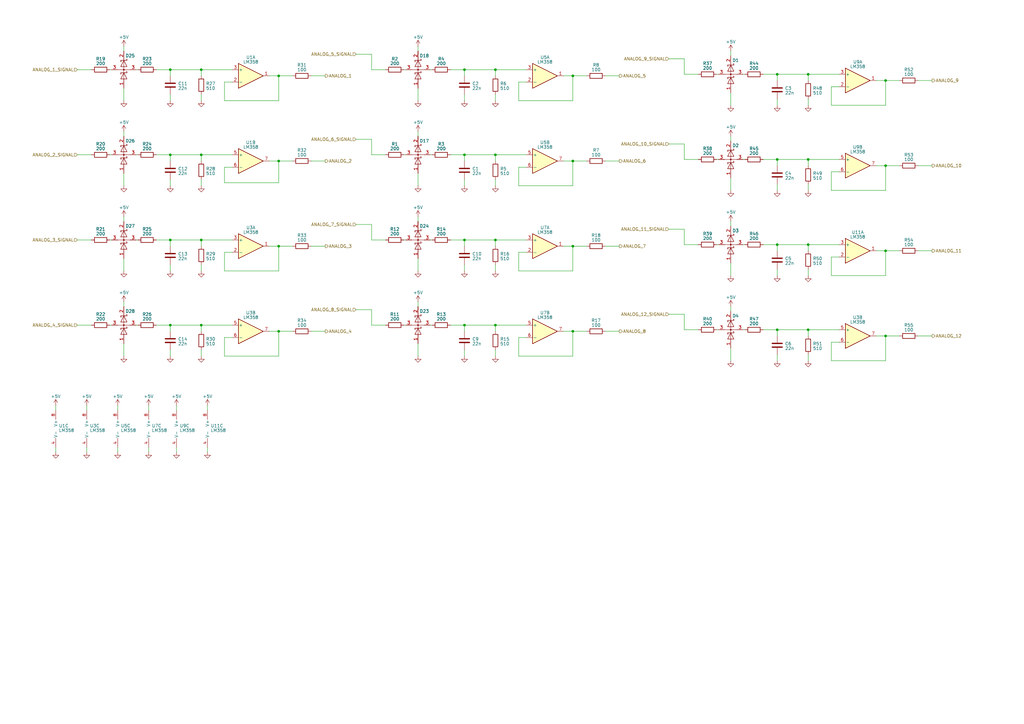
<source format=kicad_sch>
(kicad_sch (version 20230121) (generator eeschema)
  (paper "A3")
  (title_block (title "VEHICLE MEASURING UNIT (VMU)") (rev "1.0") (company "KTH FORMULA STUDENT") (comment 1 "DeV17") (comment 2 "FILIP SVEBECK") (comment 3 "FSVEBECK@KTH.SE"))
  (lib_symbols
    (symbol "Amplifier_Operational:LM358" (pin_names (offset 0.127))
      (property "Reference" "U" (at 0 5.08 0))
      (property "Value" "LM358" (at 0 -5.08 0))
      (symbol "LM358_1_1"
        (polyline (pts (xy -5.08 5.08) (xy 5.08 0) (xy -5.08 -5.08) (xy -5.08 5.08)) (stroke (width 0.254)) (fill (type background)))
        (pin output line (at 7.62 0 180) (length 2.54) (name "~") (number "1"))
        (pin input line (at -7.62 -2.54 0) (length 2.54) (name "-") (number "2"))
        (pin input line (at -7.62 2.54 0) (length 2.54) (name "+") (number "3"))
      )
      (symbol "LM358_2_1"
        (polyline (pts (xy -5.08 5.08) (xy 5.08 0) (xy -5.08 -5.08) (xy -5.08 5.08)) (stroke (width 0.254)) (fill (type background)))
        (pin input line (at -7.62 2.54 0) (length 2.54) (name "+") (number "5"))
        (pin input line (at -7.62 -2.54 0) (length 2.54) (name "-") (number "6"))
        (pin output line (at 7.62 0 180) (length 2.54) (name "~") (number "7"))
      )
      (symbol "LM358_3_1"
        (pin power_in line (at -2.54 -7.62 90) (length 3.81) (name "V-") (number "4"))
        (pin power_in line (at -2.54 7.62 270) (length 3.81) (name "V+") (number "8"))
      )
    )
    (symbol "Device:C" (pin_numbers hide) (pin_names (offset 0.254))
      (property "Reference" "C" (at 0.635 2.54 0))
      (property "Value" "C" (at 0.635 -2.54 0))
      (symbol "C_0_1"
        (polyline (pts (xy -2.032 -0.762) (xy 2.032 -0.762)) (stroke (width 0.508)))
        (polyline (pts (xy -2.032 0.762) (xy 2.032 0.762)) (stroke (width 0.508)))
      )
      (symbol "C_1_1"
        (pin passive line (at 0 3.81 270) (length 2.794) (name "~") (number "1"))
        (pin passive line (at 0 -3.81 90) (length 2.794) (name "~") (number "2"))
      )
    )
    (symbol "Device:R" (pin_numbers hide) (pin_names (offset 0))
      (property "Reference" "R" (at 2.032 0 90))
      (property "Value" "R" (at 0 0 90))
      (symbol "R_0_1"
        (rectangle (start -1.016 -2.54) (end 1.016 2.54) (stroke (width 0.254)))
      )
      (symbol "R_1_1"
        (pin passive line (at 0 3.81 270) (length 1.27) (name "~") (number "1"))
        (pin passive line (at 0 -3.81 90) (length 1.27) (name "~") (number "2"))
      )
    )
    (symbol "KTHFS:D_Schottky_x2_Serial_AKC" (pin_names (offset 0.762) hide)
      (property "Reference" "D" (at 2.54 1.27 90))
      (property "Value" "D_Schottky_x2_Serial_AKC" (at -2.54 0 90))
      (symbol "D_Schottky_x2_Serial_AKC_0_1"
        (polyline (pts (xy 0 -3.81) (xy 0 3.81)))
        (polyline (pts (xy 0 0) (xy 2.54 0)))
        (polyline (pts (xy 0 6.35) (xy 0 7.62)))
        (polyline (pts (xy -1.27 3.81) (xy 1.27 3.81) (xy 1.27 3.81)) (stroke (width 0.2032)))
        (polyline (pts (xy 1.27 -1.27) (xy -1.27 -1.27) (xy -1.27 -1.27)) (stroke (width 0.2032)))
        (polyline (pts (xy -1.27 3.81) (xy -1.27 3.302) (xy -1.016 3.302) (xy -1.016 3.302)) (stroke (width 0.2032)))
        (polyline (pts (xy 1.27 -1.27) (xy 1.27 -0.762) (xy 1.016 -0.762) (xy 1.016 -0.762)) (stroke (width 0.2032)))
        (polyline (pts (xy 1.27 3.81) (xy 1.27 4.318) (xy 1.016 4.318) (xy 1.016 4.318)) (stroke (width 0.2032)))
        (polyline (pts (xy -1.016 -1.778) (xy -1.27 -1.778) (xy -1.27 -1.27) (xy -1.27 -1.27) (xy -1.27 -1.27)) (stroke (width 0.2032)))
        (polyline (pts (xy -1.27 -3.81) (xy 0 -1.27) (xy 1.27 -3.81) (xy -1.27 -3.81) (xy -1.27 -3.81) (xy -1.27 -3.81)) (stroke (width 0.2032)))
        (polyline (pts (xy -1.27 1.27) (xy 0 3.81) (xy 1.27 1.27) (xy -1.27 1.27) (xy -1.27 1.27) (xy -1.27 1.27)) (stroke (width 0.2032)))
        (circle (center 0 0) (radius 0.254) (fill (type outline)))
        (pin passive line (at 0 -7.62 90) (length 3.81) (name "A") (number "1"))
        (pin passive line (at 0 7.62 270) (length 3.81) (name "K") (number "2"))
        (pin passive line (at 5.08 0 180) (length 2.54) (name "common") (number "3"))
      )
      (symbol "D_Schottky_x2_Serial_AKC_1_1"
        (polyline (pts (xy 0 0) (xy -2.54 0)))
        (pin passive line (at -5.08 0 0) (length 2.54) (name "common") (number "3"))
      )
    )
    (symbol "power:+5V" (power) (pin_names (offset 0))
      (property "Value" "+5V" (at 0 3.556 0))
      (symbol "+5V_0_1"
        (polyline (pts (xy -0.762 1.27) (xy 0 2.54)))
        (polyline (pts (xy 0 0) (xy 0 2.54)))
        (polyline (pts (xy 0 2.54) (xy 0.762 1.27)))
      )
      (symbol "+5V_1_1"
        (pin power_in line (at 0 0 90) (length 0) hide (name "+5V") (number "1"))
      )
    )
    (symbol "power:GND" (power) (pin_names (offset 0))
      (property "Value" "GND" (at 0 -3.81 0))
      (symbol "GND_0_1"
        (polyline (pts (xy 0 0) (xy 0 -1.27) (xy 1.27 -1.27) (xy 0 -2.54) (xy -1.27 -1.27) (xy 0 -1.27)))
      )
      (symbol "GND_1_1"
        (pin power_in line (at 0 0 270) (length 0) hide (name "GND") (number "1"))
      )
    )
  )
  (junction (at 114.3 100.965))
  (junction (at 234.95 135.89))
  (junction (at 363.22 67.945))
  (junction (at 318.77 100.33))
  (junction (at 114.3 66.04))
  (junction (at 114.3 31.115))
  (junction (at 190.5 98.425))
  (junction (at 190.5 133.35))
  (junction (at 331.47 30.48))
  (junction (at 203.2 63.5))
  (junction (at 203.2 28.575))
  (junction (at 331.47 65.405))
  (junction (at 318.77 30.48))
  (junction (at 331.47 100.33))
  (junction (at 363.22 137.795))
  (junction (at 82.55 133.35))
  (junction (at 234.95 31.115))
  (junction (at 318.77 135.255))
  (junction (at 69.85 63.5))
  (junction (at 363.22 102.87))
  (junction (at 82.55 98.425))
  (junction (at 234.95 100.965))
  (junction (at 190.5 63.5))
  (junction (at 69.85 98.425))
  (junction (at 234.95 66.04))
  (junction (at 82.55 63.5))
  (junction (at 190.5 28.575))
  (junction (at 114.3 135.89))
  (junction (at 331.47 135.255))
  (junction (at 363.22 33.02))
  (junction (at 69.85 28.575))
  (junction (at 318.77 65.405))
  (junction (at 203.2 133.35))
  (junction (at 69.85 133.35))
  (junction (at 203.2 98.425))
  (junction (at 82.55 28.575))
  (wire (pts (xy 69.85 133.35) (xy 64.135 133.35)))
  (wire (pts (xy 299.72 57.785) (xy 299.72 55.88)))
  (wire (pts (xy 331.47 110.49) (xy 331.47 113.03)))
  (wire (pts (xy 240.665 100.965) (xy 234.95 100.965)))
  (wire (pts (xy 171.45 55.88) (xy 171.45 53.975)))
  (wire (pts (xy 363.22 67.945) (xy 359.41 67.945)))
  (wire (pts (xy 240.665 66.04) (xy 234.95 66.04)))
  (wire (pts (xy 234.95 111.125) (xy 234.95 100.965)))
  (wire (pts (xy 331.47 102.87) (xy 331.47 100.33)))
  (wire (pts (xy 114.3 74.93) (xy 114.3 66.04)))
  (wire (pts (xy 171.45 71.12) (xy 171.45 76.2)))
  (wire (pts (xy 203.2 66.04) (xy 203.2 63.5)))
  (wire (pts (xy 304.8 100.33) (xy 305.435 100.33)))
  (wire (pts (xy 190.5 108.585) (xy 190.5 111.125)))
  (wire (pts (xy 72.39 168.275) (xy 72.39 166.37)))
  (wire (pts (xy 248.285 31.115) (xy 254 31.115)))
  (wire (pts (xy 35.56 183.515) (xy 35.56 185.42)))
  (wire (pts (xy 85.09 168.275) (xy 85.09 166.37)))
  (wire (pts (xy 50.8 146.05) (xy 50.8 140.97)))
  (wire (pts (xy 82.55 28.575) (xy 82.55 31.115)))
  (wire (pts (xy 215.9 133.35) (xy 203.2 133.35)))
  (wire (pts (xy 240.665 31.115) (xy 234.95 31.115)))
  (wire (pts (xy 215.9 63.5) (xy 203.2 63.5)))
  (wire (pts (xy 190.5 63.5) (xy 190.5 66.04)))
  (wire (pts (xy 280.67 93.98) (xy 280.67 100.33)))
  (wire (pts (xy 171.45 36.195) (xy 171.45 41.275)))
  (wire (pts (xy 158.115 133.35) (xy 152.4 133.35)))
  (wire (pts (xy 363.22 43.18) (xy 363.22 33.02)))
  (wire (pts (xy 212.725 68.58) (xy 212.725 76.2)))
  (wire (pts (xy 82.55 41.275) (xy 82.55 38.735)))
  (wire (pts (xy 318.77 135.255) (xy 318.77 137.795)))
  (wire (pts (xy 114.3 31.115) (xy 110.49 31.115)))
  (wire (pts (xy 340.995 35.56) (xy 340.995 43.18)))
  (wire (pts (xy 318.77 30.48) (xy 318.77 33.02)))
  (wire (pts (xy 305.435 135.255) (xy 304.8 135.255)))
  (wire (pts (xy 60.96 185.42) (xy 60.96 183.515)))
  (wire (pts (xy 212.725 111.125) (xy 234.95 111.125)))
  (wire (pts (xy 127.635 100.965) (xy 133.35 100.965)))
  (wire (pts (xy 120.015 31.115) (xy 114.3 31.115)))
  (wire (pts (xy 231.14 135.89) (xy 234.95 135.89)))
  (wire (pts (xy 340.995 113.03) (xy 363.22 113.03)))
  (wire (pts (xy 248.285 135.89) (xy 254 135.89)))
  (wire (pts (xy 299.72 92.71) (xy 299.72 90.805)))
  (wire (pts (xy 50.8 90.805) (xy 50.8 88.9)))
  (wire (pts (xy 340.995 43.18) (xy 363.22 43.18)))
  (wire (pts (xy 146.05 57.15) (xy 152.4 57.15)))
  (wire (pts (xy 280.67 65.405) (xy 286.385 65.405)))
  (wire (pts (xy 376.555 137.795) (xy 382.27 137.795)))
  (wire (pts (xy 203.2 38.735) (xy 203.2 41.275)))
  (wire (pts (xy 344.17 140.335) (xy 340.995 140.335)))
  (wire (pts (xy 56.515 98.425) (xy 55.88 98.425)))
  (wire (pts (xy 114.3 41.275) (xy 114.3 31.115)))
  (wire (pts (xy 31.75 63.5) (xy 37.465 63.5)))
  (wire (pts (xy 69.85 66.04) (xy 69.85 63.5)))
  (wire (pts (xy 331.47 135.255) (xy 331.47 137.795)))
  (wire (pts (xy 340.995 78.105) (xy 363.22 78.105)))
  (wire (pts (xy 215.9 68.58) (xy 212.725 68.58)))
  (wire (pts (xy 190.5 98.425) (xy 190.5 100.965)))
  (wire (pts (xy 368.935 102.87) (xy 363.22 102.87)))
  (wire (pts (xy 274.32 93.98) (xy 280.67 93.98)))
  (wire (pts (xy 203.2 100.965) (xy 203.2 98.425)))
  (wire (pts (xy 190.5 28.575) (xy 190.5 31.115)))
  (wire (pts (xy 190.5 133.35) (xy 184.785 133.35)))
  (wire (pts (xy 176.53 63.5) (xy 177.165 63.5)))
  (wire (pts (xy 368.935 67.945) (xy 363.22 67.945)))
  (wire (pts (xy 280.67 128.905) (xy 274.32 128.905)))
  (wire (pts (xy 318.77 75.565) (xy 318.77 78.105)))
  (wire (pts (xy 133.35 135.89) (xy 127.635 135.89)))
  (wire (pts (xy 331.47 135.255) (xy 318.77 135.255)))
  (wire (pts (xy 176.53 98.425) (xy 177.165 98.425)))
  (wire (pts (xy 344.17 35.56) (xy 340.995 35.56)))
  (wire (pts (xy 331.47 67.945) (xy 331.47 65.405)))
  (wire (pts (xy 203.2 28.575) (xy 203.2 31.115)))
  (wire (pts (xy 82.55 108.585) (xy 82.55 111.125)))
  (wire (pts (xy 69.85 31.115) (xy 69.85 28.575)))
  (wire (pts (xy 363.22 113.03) (xy 363.22 102.87)))
  (wire (pts (xy 50.8 20.955) (xy 50.8 19.05)))
  (wire (pts (xy 177.165 133.35) (xy 176.53 133.35)))
  (wire (pts (xy 318.77 40.64) (xy 318.77 43.18)))
  (wire (pts (xy 184.785 98.425) (xy 190.5 98.425)))
  (wire (pts (xy 114.3 111.125) (xy 114.3 100.965)))
  (wire (pts (xy 50.8 76.2) (xy 50.8 71.12)))
  (wire (pts (xy 331.47 65.405) (xy 318.77 65.405)))
  (wire (pts (xy 114.3 100.965) (xy 110.49 100.965)))
  (wire (pts (xy 313.055 100.33) (xy 318.77 100.33)))
  (wire (pts (xy 171.45 106.045) (xy 171.45 111.125)))
  (wire (pts (xy 114.3 100.965) (xy 120.015 100.965)))
  (wire (pts (xy 190.5 38.735) (xy 190.5 41.275)))
  (wire (pts (xy 165.735 28.575) (xy 166.37 28.575)))
  (wire (pts (xy 95.25 28.575) (xy 82.55 28.575)))
  (wire (pts (xy 152.4 28.575) (xy 158.115 28.575)))
  (wire (pts (xy 171.45 123.825) (xy 171.45 125.73)))
  (wire (pts (xy 212.725 33.655) (xy 212.725 41.275)))
  (wire (pts (xy 37.465 28.575) (xy 31.75 28.575)))
  (wire (pts (xy 215.9 33.655) (xy 212.725 33.655)))
  (wire (pts (xy 48.26 185.42) (xy 48.26 183.515)))
  (wire (pts (xy 299.72 73.025) (xy 299.72 78.105)))
  (wire (pts (xy 45.085 63.5) (xy 45.72 63.5)))
  (wire (pts (xy 69.85 135.89) (xy 69.85 133.35)))
  (wire (pts (xy 152.4 63.5) (xy 158.115 63.5)))
  (wire (pts (xy 92.075 74.93) (xy 114.3 74.93)))
  (wire (pts (xy 299.72 38.1) (xy 299.72 43.18)))
  (wire (pts (xy 274.32 59.055) (xy 280.67 59.055)))
  (wire (pts (xy 363.22 78.105) (xy 363.22 67.945)))
  (wire (pts (xy 152.4 92.075) (xy 152.4 98.425)))
  (wire (pts (xy 203.2 133.35) (xy 190.5 133.35)))
  (wire (pts (xy 318.77 147.955) (xy 318.77 145.415)))
  (wire (pts (xy 82.55 135.89) (xy 82.55 133.35)))
  (wire (pts (xy 110.49 66.04) (xy 114.3 66.04)))
  (wire (pts (xy 190.5 146.05) (xy 190.5 143.51)))
  (wire (pts (xy 340.995 105.41) (xy 340.995 113.03)))
  (wire (pts (xy 234.95 66.04) (xy 231.14 66.04)))
  (wire (pts (xy 50.8 111.125) (xy 50.8 106.045)))
  (wire (pts (xy 69.85 76.2) (xy 69.85 73.66)))
  (wire (pts (xy 22.86 168.275) (xy 22.86 166.37)))
  (wire (pts (xy 165.735 63.5) (xy 166.37 63.5)))
  (wire (pts (xy 254 100.965) (xy 248.285 100.965)))
  (wire (pts (xy 215.9 138.43) (xy 212.725 138.43)))
  (wire (pts (xy 69.85 98.425) (xy 82.55 98.425)))
  (wire (pts (xy 95.25 33.655) (xy 92.075 33.655)))
  (wire (pts (xy 294.005 65.405) (xy 294.64 65.405)))
  (wire (pts (xy 212.725 76.2) (xy 234.95 76.2)))
  (wire (pts (xy 152.4 28.575) (xy 152.4 22.225)))
  (wire (pts (xy 304.8 65.405) (xy 305.435 65.405)))
  (wire (pts (xy 318.77 65.405) (xy 318.77 67.945)))
  (wire (pts (xy 50.8 55.88) (xy 50.8 53.975)))
  (wire (pts (xy 72.39 185.42) (xy 72.39 183.515)))
  (wire (pts (xy 82.55 146.05) (xy 82.55 143.51)))
  (wire (pts (xy 331.47 147.955) (xy 331.47 145.415)))
  (wire (pts (xy 48.26 168.275) (xy 48.26 166.37)))
  (wire (pts (xy 35.56 168.275) (xy 35.56 166.37)))
  (wire (pts (xy 146.05 92.075) (xy 152.4 92.075)))
  (wire (pts (xy 56.515 63.5) (xy 55.88 63.5)))
  (wire (pts (xy 344.17 135.255) (xy 331.47 135.255)))
  (wire (pts (xy 133.35 31.115) (xy 127.635 31.115)))
  (wire (pts (xy 382.27 102.87) (xy 376.555 102.87)))
  (wire (pts (xy 344.17 105.41) (xy 340.995 105.41)))
  (wire (pts (xy 203.2 98.425) (xy 190.5 98.425)))
  (wire (pts (xy 114.3 146.05) (xy 114.3 135.89)))
  (wire (pts (xy 294.64 100.33) (xy 294.005 100.33)))
  (wire (pts (xy 92.075 111.125) (xy 114.3 111.125)))
  (wire (pts (xy 50.8 36.195) (xy 50.8 41.275)))
  (wire (pts (xy 152.4 127) (xy 146.05 127)))
  (wire (pts (xy 340.995 70.485) (xy 340.995 78.105)))
  (wire (pts (xy 45.72 98.425) (xy 45.085 98.425)))
  (wire (pts (xy 82.55 63.5) (xy 82.55 66.04)))
  (wire (pts (xy 171.45 140.97) (xy 171.45 146.05)))
  (wire (pts (xy 203.2 63.5) (xy 190.5 63.5)))
  (wire (pts (xy 234.95 41.275) (xy 234.95 31.115)))
  (wire (pts (xy 171.45 20.955) (xy 171.45 19.05)))
  (wire (pts (xy 92.075 33.655) (xy 92.075 41.275)))
  (wire (pts (xy 92.075 103.505) (xy 92.075 111.125)))
  (wire (pts (xy 203.2 73.66) (xy 203.2 76.2)))
  (wire (pts (xy 45.72 28.575) (xy 45.085 28.575)))
  (wire (pts (xy 331.47 30.48) (xy 331.47 33.02)))
  (wire (pts (xy 22.86 185.42) (xy 22.86 183.515)))
  (wire (pts (xy 234.95 76.2) (xy 234.95 66.04)))
  (wire (pts (xy 45.085 133.35) (xy 45.72 133.35)))
  (wire (pts (xy 69.85 108.585) (xy 69.85 111.125)))
  (wire (pts (xy 92.075 68.58) (xy 92.075 74.93)))
  (wire (pts (xy 203.2 108.585) (xy 203.2 111.125)))
  (wire (pts (xy 95.25 68.58) (xy 92.075 68.58)))
  (wire (pts (xy 152.4 57.15) (xy 152.4 63.5)))
  (wire (pts (xy 280.67 30.48) (xy 280.67 24.13)))
  (wire (pts (xy 92.075 41.275) (xy 114.3 41.275)))
  (wire (pts (xy 318.77 30.48) (xy 331.47 30.48)))
  (wire (pts (xy 344.17 100.33) (xy 331.47 100.33)))
  (wire (pts (xy 152.4 22.225) (xy 146.05 22.225)))
  (wire (pts (xy 114.3 135.89) (xy 110.49 135.89)))
  (wire (pts (xy 280.67 59.055) (xy 280.67 65.405)))
  (wire (pts (xy 203.2 133.35) (xy 203.2 135.89)))
  (wire (pts (xy 382.27 67.945) (xy 376.555 67.945)))
  (wire (pts (xy 190.5 28.575) (xy 203.2 28.575)))
  (wire (pts (xy 212.725 41.275) (xy 234.95 41.275)))
  (wire (pts (xy 95.25 98.425) (xy 82.55 98.425)))
  (wire (pts (xy 294.005 30.48) (xy 294.64 30.48)))
  (wire (pts (xy 359.41 137.795) (xy 363.22 137.795)))
  (wire (pts (xy 82.55 133.35) (xy 95.25 133.35)))
  (wire (pts (xy 92.075 138.43) (xy 92.075 146.05)))
  (wire (pts (xy 82.55 98.425) (xy 82.55 100.965)))
  (wire (pts (xy 92.075 146.05) (xy 114.3 146.05)))
  (wire (pts (xy 158.115 98.425) (xy 152.4 98.425)))
  (wire (pts (xy 212.725 146.05) (xy 234.95 146.05)))
  (wire (pts (xy 363.22 102.87) (xy 359.41 102.87)))
  (wire (pts (xy 95.25 103.505) (xy 92.075 103.505)))
  (wire (pts (xy 280.67 135.255) (xy 280.67 128.905)))
  (wire (pts (xy 234.95 31.115) (xy 231.14 31.115)))
  (wire (pts (xy 152.4 133.35) (xy 152.4 127)))
  (wire (pts (xy 69.85 28.575) (xy 82.55 28.575)))
  (wire (pts (xy 215.9 98.425) (xy 203.2 98.425)))
  (wire (pts (xy 69.85 63.5) (xy 64.135 63.5)))
  (wire (pts (xy 313.055 30.48) (xy 318.77 30.48)))
  (wire (pts (xy 31.75 98.425) (xy 37.465 98.425)))
  (wire (pts (xy 294.64 135.255) (xy 294.005 135.255)))
  (wire (pts (xy 69.85 38.735) (xy 69.85 41.275)))
  (wire (pts (xy 344.17 65.405) (xy 331.47 65.405)))
  (wire (pts (xy 215.9 103.505) (xy 212.725 103.505)))
  (wire (pts (xy 376.555 33.02) (xy 382.27 33.02)))
  (wire (pts (xy 184.785 63.5) (xy 190.5 63.5)))
  (wire (pts (xy 190.5 133.35) (xy 190.5 135.89)))
  (wire (pts (xy 368.935 33.02) (xy 363.22 33.02)))
  (wire (pts (xy 190.5 73.66) (xy 190.5 76.2)))
  (wire (pts (xy 69.85 100.965) (xy 69.85 98.425)))
  (wire (pts (xy 286.385 135.255) (xy 280.67 135.255)))
  (wire (pts (xy 331.47 75.565) (xy 331.47 78.105)))
  (wire (pts (xy 340.995 140.335) (xy 340.995 147.955)))
  (wire (pts (xy 55.88 28.575) (xy 56.515 28.575)))
  (wire (pts (xy 234.95 146.05) (xy 234.95 135.89)))
  (wire (pts (xy 234.95 135.89) (xy 240.665 135.89)))
  (wire (pts (xy 299.72 142.875) (xy 299.72 147.955)))
  (wire (pts (xy 176.53 28.575) (xy 177.165 28.575)))
  (wire (pts (xy 69.85 146.05) (xy 69.85 143.51)))
  (wire (pts (xy 318.77 110.49) (xy 318.77 113.03)))
  (wire (pts (xy 331.47 100.33) (xy 318.77 100.33)))
  (wire (pts (xy 304.8 30.48) (xy 305.435 30.48)))
  (wire (pts (xy 50.8 125.73) (xy 50.8 123.825)))
  (wire (pts (xy 299.72 125.73) (xy 299.72 127.635)))
  (wire (pts (xy 215.9 28.575) (xy 203.2 28.575)))
  (wire (pts (xy 340.995 147.955) (xy 363.22 147.955)))
  (wire (pts (xy 212.725 138.43) (xy 212.725 146.05)))
  (wire (pts (xy 363.22 137.795) (xy 368.935 137.795)))
  (wire (pts (xy 171.45 90.805) (xy 171.45 88.9)))
  (wire (pts (xy 280.67 24.13) (xy 274.32 24.13)))
  (wire (pts (xy 318.77 100.33) (xy 318.77 102.87)))
  (wire (pts (xy 120.015 135.89) (xy 114.3 135.89)))
  (wire (pts (xy 69.85 98.425) (xy 64.135 98.425)))
  (wire (pts (xy 82.55 76.2) (xy 82.55 73.66)))
  (wire (pts (xy 203.2 146.05) (xy 203.2 143.51)))
  (wire (pts (xy 363.22 147.955) (xy 363.22 137.795)))
  (wire (pts (xy 166.37 133.35) (xy 165.735 133.35)))
  (wire (pts (xy 82.55 133.35) (xy 69.85 133.35)))
  (wire (pts (xy 363.22 33.02) (xy 359.41 33.02)))
  (wire (pts (xy 166.37 98.425) (xy 165.735 98.425)))
  (wire (pts (xy 85.09 185.42) (xy 85.09 183.515)))
  (wire (pts (xy 299.72 22.86) (xy 299.72 20.955)))
  (wire (pts (xy 95.25 63.5) (xy 82.55 63.5)))
  (wire (pts (xy 69.85 28.575) (xy 64.135 28.575)))
  (wire (pts (xy 60.96 168.275) (xy 60.96 166.37)))
  (wire (pts (xy 344.17 30.48) (xy 331.47 30.48)))
  (wire (pts (xy 344.17 70.485) (xy 340.995 70.485)))
  (wire (pts (xy 37.465 133.35) (xy 31.75 133.35)))
  (wire (pts (xy 114.3 66.04) (xy 120.015 66.04)))
  (wire (pts (xy 318.77 135.255) (xy 313.055 135.255)))
  (wire (pts (xy 313.055 65.405) (xy 318.77 65.405)))
  (wire (pts (xy 234.95 100.965) (xy 231.14 100.965)))
  (wire (pts (xy 184.785 28.575) (xy 190.5 28.575)))
  (wire (pts (xy 286.385 100.33) (xy 280.67 100.33)))
  (wire (pts (xy 55.88 133.35) (xy 56.515 133.35)))
  (wire (pts (xy 133.35 66.04) (xy 127.635 66.04)))
  (wire (pts (xy 331.47 40.64) (xy 331.47 43.18)))
  (wire (pts (xy 69.85 63.5) (xy 82.55 63.5)))
  (wire (pts (xy 280.67 30.48) (xy 286.385 30.48)))
  (wire (pts (xy 212.725 103.505) (xy 212.725 111.125)))
  (wire (pts (xy 299.72 107.95) (xy 299.72 113.03)))
  (wire (pts (xy 254 66.04) (xy 248.285 66.04)))
  (wire (pts (xy 95.25 138.43) (xy 92.075 138.43)))
  (hierarchical_label "ANALOG_5_SIGNAL" (shape input) (at 146.05 22.225 180))
  (hierarchical_label "ANALOG_11_SIGNAL" (shape input) (at 274.32 93.98 180))
  (hierarchical_label "ANALOG_12_SIGNAL" (shape input) (at 274.32 128.905 180))
  (hierarchical_label "ANALOG_5" (shape output) (at 254 31.115 0))
  (hierarchical_label "ANALOG_7_SIGNAL" (shape input) (at 146.05 92.075 180))
  (hierarchical_label "ANALOG_3" (shape output) (at 133.35 100.965 0))
  (hierarchical_label "ANALOG_9_SIGNAL" (shape input) (at 274.32 24.13 180))
  (hierarchical_label "ANALOG_9" (shape output) (at 382.27 33.02 0))
  (hierarchical_label "ANALOG_6" (shape output) (at 254 66.04 0))
  (hierarchical_label "ANALOG_12" (shape output) (at 382.27 137.795 0))
  (hierarchical_label "ANALOG_8" (shape output) (at 254 135.89 0))
  (hierarchical_label "ANALOG_6_SIGNAL" (shape input) (at 146.05 57.15 180))
  (hierarchical_label "ANALOG_8_SIGNAL" (shape input) (at 146.05 127 180))
  (hierarchical_label "ANALOG_1_SIGNAL" (shape input) (at 31.75 28.575 180))
  (hierarchical_label "ANALOG_7" (shape output) (at 254 100.965 0))
  (hierarchical_label "ANALOG_11" (shape output) (at 382.27 102.87 0))
  (hierarchical_label "ANALOG_10_SIGNAL" (shape input) (at 274.32 59.055 180))
  (hierarchical_label "ANALOG_4" (shape output) (at 133.35 135.89 0))
  (hierarchical_label "ANALOG_1" (shape output) (at 133.35 31.115 0))
  (hierarchical_label "ANALOG_3_SIGNAL" (shape input) (at 31.75 98.425 180))
  (hierarchical_label "ANALOG_2_SIGNAL" (shape input) (at 31.75 63.5 180))
  (hierarchical_label "ANALOG_4_SIGNAL" (shape input) (at 31.75 133.35 180))
  (hierarchical_label "ANALOG_2" (shape output) (at 133.35 66.04 0))
  (hierarchical_label "ANALOG_10" (shape output) (at 382.27 67.945 0))
  (symbol (lib_id "Device:R") (at 41.275 28.575 270) (unit 1)
    (property "Reference" "R19" (at 41.275 24.13 90))
    (property "Value" "200" (at 41.275 26.035 90))
    (property "Footprint" "Resistor_SMD:R_0603_1608Metric" (effects hide))
  )
  (symbol (lib_id "power:GND") (at 50.8 41.275 0) (unit 1)
    (property "Reference" "#PWR060" (effects hide))
    (property "Value" "GND" (effects hide))
  )
  (symbol (lib_id "power:+5V") (at 50.8 19.05 0) (unit 1)
    (property "Reference" "#PWR059" (effects hide))
    (property "Value" "+5V" (at 50.8 15.24 0))
  )
  (symbol (lib_id "Device:R") (at 60.325 28.575 270) (unit 1)
    (property "Reference" "R23" (at 60.325 24.13 90))
    (property "Value" "200" (at 60.325 26.035 90))
    (property "Footprint" "Resistor_SMD:R_0603_1608Metric" (effects hide))
  )
  (symbol (lib_id "Device:C") (at 69.85 34.925 0) (unit 1)
    (property "Reference" "C11" (at 73.025 34.29 0) (effects (justify left)))
    (property "Value" "22n" (at 73.025 36.195 0) (effects (justify left)))
    (property "Footprint" "Capacitor_SMD:C_0603_1608Metric" (effects hide))
  )
  (symbol (lib_id "Device:R") (at 82.55 34.925 0) (unit 1)
    (property "Reference" "R27" (at 84.455 34.29 0) (effects (justify left)))
    (property "Value" "510" (at 84.455 36.195 0) (effects (justify left)))
    (property "Footprint" "Resistor_SMD:R_0603_1608Metric" (effects hide))
  )
  (symbol (lib_id "Amplifier_Operational:LM358") (at 102.87 31.115 0) (unit 1)
    (property "Reference" "U1" (at 102.87 23.495 0))
    (property "Value" "LM358" (at 102.87 25.4 0))
    (property "Footprint" "Package_SO:SOIC-8_3.9x4.9mm_P1.27mm" (effects hide))
    (property "Datasheet" "http://www.ti.com/lit/ds/symlink/lm2904-n.pdf" (effects hide))
  )
  (symbol (lib_id "Amplifier_Operational:LM358") (at 102.87 66.04 0) (unit 2)
    (property "Reference" "U1" (at 102.87 58.42 0))
    (property "Value" "LM358" (at 102.87 60.325 0))
    (property "Footprint" "Package_SO:SOIC-8_3.9x4.9mm_P1.27mm" (effects hide))
    (property "Datasheet" "http://www.ti.com/lit/ds/symlink/lm2904-n.pdf" (effects hide))
  )
  (symbol (lib_id "Device:R") (at 41.275 63.5 270) (unit 1)
    (property "Reference" "R20" (at 41.275 59.055 90))
    (property "Value" "200" (at 41.275 60.96 90))
    (property "Footprint" "Resistor_SMD:R_0603_1608Metric" (effects hide))
  )
  (symbol (lib_id "power:GND") (at 69.85 76.2 0) (unit 1)
    (property "Reference" "#PWR062" (effects hide))
    (property "Value" "GND" (effects hide))
  )
  (symbol (lib_id "power:+5V") (at 50.8 53.975 0) (unit 1)
    (property "Reference" "#PWR061" (effects hide))
    (property "Value" "+5V" (at 50.8 50.165 0))
  )
  (symbol (lib_id "Device:R") (at 60.325 63.5 270) (unit 1)
    (property "Reference" "R24" (at 60.325 59.055 90))
    (property "Value" "200" (at 60.325 60.96 90))
    (property "Footprint" "Resistor_SMD:R_0603_1608Metric" (effects hide))
  )
  (symbol (lib_id "Device:C") (at 69.85 69.85 0) (unit 1)
    (property "Reference" "C12" (at 73.025 69.215 0) (effects (justify left)))
    (property "Value" "22n" (at 73.025 71.12 0) (effects (justify left)))
    (property "Footprint" "Capacitor_SMD:C_0603_1608Metric" (effects hide))
  )
  (symbol (lib_id "Device:R") (at 82.55 69.85 0) (unit 1)
    (property "Reference" "R28" (at 84.455 69.215 0) (effects (justify left)))
    (property "Value" "510" (at 84.455 71.12 0) (effects (justify left)))
    (property "Footprint" "Resistor_SMD:R_0603_1608Metric" (effects hide))
  )
  (symbol (lib_id "Device:R") (at 123.825 31.115 270) (unit 1)
    (property "Reference" "R31" (at 123.825 26.67 90))
    (property "Value" "100" (at 123.825 28.575 90))
    (property "Footprint" "Resistor_SMD:R_0603_1608Metric" (effects hide))
  )
  (symbol (lib_id "Device:R") (at 123.825 66.04 270) (unit 1)
    (property "Reference" "R32" (at 123.825 61.595 90))
    (property "Value" "100" (at 123.825 63.5 90))
    (property "Footprint" "Resistor_SMD:R_0603_1608Metric" (effects hide))
  )
  (symbol (lib_id "Device:R") (at 41.275 98.425 270) (unit 1)
    (property "Reference" "R21" (at 41.275 93.98 90))
    (property "Value" "200" (at 41.275 95.885 90))
    (property "Footprint" "Resistor_SMD:R_0603_1608Metric" (effects hide))
  )
  (symbol (lib_id "power:GND") (at 50.8 111.125 0) (unit 1)
    (property "Reference" "#PWR064" (effects hide))
    (property "Value" "GND" (effects hide))
  )
  (symbol (lib_id "power:+5V") (at 50.8 88.9 0) (unit 1)
    (property "Reference" "#PWR063" (effects hide))
    (property "Value" "+5V" (at 50.8 85.09 0))
  )
  (symbol (lib_id "Device:R") (at 60.325 98.425 270) (unit 1)
    (property "Reference" "R25" (at 60.325 93.98 90))
    (property "Value" "200" (at 60.325 95.885 90))
    (property "Footprint" "Resistor_SMD:R_0603_1608Metric" (effects hide))
  )
  (symbol (lib_id "Device:C") (at 69.85 104.775 0) (unit 1)
    (property "Reference" "C13" (at 73.025 104.14 0) (effects (justify left)))
    (property "Value" "22n" (at 73.025 106.045 0) (effects (justify left)))
    (property "Footprint" "Capacitor_SMD:C_0603_1608Metric" (effects hide))
  )
  (symbol (lib_id "Device:R") (at 82.55 104.775 0) (unit 1)
    (property "Reference" "R29" (at 84.455 104.14 0) (effects (justify left)))
    (property "Value" "510" (at 84.455 106.045 0) (effects (justify left)))
    (property "Footprint" "Resistor_SMD:R_0603_1608Metric" (effects hide))
  )
  (symbol (lib_id "Amplifier_Operational:LM358") (at 102.87 100.965 0) (unit 1)
    (property "Reference" "U3" (at 102.87 93.345 0))
    (property "Value" "LM358" (at 102.87 95.25 0))
    (property "Footprint" "Package_SO:SOIC-8_3.9x4.9mm_P1.27mm" (effects hide))
    (property "Datasheet" "http://www.ti.com/lit/ds/symlink/lm2904-n.pdf" (effects hide))
  )
  (symbol (lib_id "Amplifier_Operational:LM358") (at 102.87 135.89 0) (unit 2)
    (property "Reference" "U3" (at 102.87 128.27 0))
    (property "Value" "LM358" (at 102.87 130.175 0))
    (property "Footprint" "Package_SO:SOIC-8_3.9x4.9mm_P1.27mm" (effects hide))
    (property "Datasheet" "http://www.ti.com/lit/ds/symlink/lm2904-n.pdf" (effects hide))
  )
  (symbol (lib_id "Device:R") (at 41.275 133.35 270) (unit 1)
    (property "Reference" "R22" (at 41.275 128.905 90))
    (property "Value" "200" (at 41.275 130.81 90))
    (property "Footprint" "Resistor_SMD:R_0603_1608Metric" (effects hide))
  )
  (symbol (lib_id "power:GND") (at 50.8 146.05 0) (unit 1)
    (property "Reference" "#PWR066" (effects hide))
    (property "Value" "GND" (effects hide))
  )
  (symbol (lib_id "power:+5V") (at 50.8 123.825 0) (unit 1)
    (property "Reference" "#PWR065" (effects hide))
    (property "Value" "+5V" (at 50.8 120.015 0))
  )
  (symbol (lib_id "Device:R") (at 60.325 133.35 270) (unit 1)
    (property "Reference" "R26" (at 60.325 128.905 90))
    (property "Value" "200" (at 60.325 130.81 90))
    (property "Footprint" "Resistor_SMD:R_0603_1608Metric" (effects hide))
  )
  (symbol (lib_id "Device:C") (at 69.85 139.7 0) (unit 1)
    (property "Reference" "C14" (at 73.025 139.065 0) (effects (justify left)))
    (property "Value" "22n" (at 73.025 140.97 0) (effects (justify left)))
    (property "Footprint" "Capacitor_SMD:C_0603_1608Metric" (effects hide))
  )
  (symbol (lib_id "Device:R") (at 82.55 139.7 0) (unit 1)
    (property "Reference" "R30" (at 84.455 139.065 0) (effects (justify left)))
    (property "Value" "510" (at 84.455 140.97 0) (effects (justify left)))
    (property "Footprint" "Resistor_SMD:R_0603_1608Metric" (effects hide))
  )
  (symbol (lib_id "Device:R") (at 123.825 100.965 270) (unit 1)
    (property "Reference" "R33" (at 123.825 96.52 90))
    (property "Value" "100" (at 123.825 98.425 90))
    (property "Footprint" "Resistor_SMD:R_0603_1608Metric" (effects hide))
  )
  (symbol (lib_id "Device:R") (at 123.825 135.89 270) (unit 1)
    (property "Reference" "R34" (at 123.825 131.445 90))
    (property "Value" "100" (at 123.825 133.35 90))
    (property "Footprint" "Resistor_SMD:R_0603_1608Metric" (effects hide))
  )
  (symbol (lib_id "KTHFS:D_Schottky_x2_Serial_AKC") (at 50.8 28.575 0) (unit 1)
    (property "Reference" "D25" (at 51.435 22.86 0) (effects (justify left)))
    (property "Value" "D_Schottky_x2_Serial_AKC" (effects hide))
    (property "Footprint" "Package_TO_SOT_SMD:SOT-23" (effects hide))
  )
  (symbol (lib_id "KTHFS:D_Schottky_x2_Serial_AKC") (at 50.8 63.5 0) (unit 1)
    (property "Reference" "D26" (at 51.435 57.785 0) (effects (justify left)))
    (property "Value" "D_Schottky_x2_Serial_AKC" (effects hide))
    (property "Footprint" "Package_TO_SOT_SMD:SOT-23" (effects hide))
  )
  (symbol (lib_id "KTHFS:D_Schottky_x2_Serial_AKC") (at 50.8 98.425 0) (unit 1)
    (property "Reference" "D27" (at 51.435 92.71 0) (effects (justify left)))
    (property "Value" "D_Schottky_x2_Serial_AKC" (effects hide))
    (property "Footprint" "Package_TO_SOT_SMD:SOT-23" (effects hide))
  )
  (symbol (lib_id "KTHFS:D_Schottky_x2_Serial_AKC") (at 50.8 133.35 0) (unit 1)
    (property "Reference" "D28" (at 51.435 127.635 0) (effects (justify left)))
    (property "Value" "D_Schottky_x2_Serial_AKC" (effects hide))
    (property "Footprint" "Package_TO_SOT_SMD:SOT-23" (effects hide))
  )
  (symbol (lib_id "power:GND") (at 69.85 41.275 0) (unit 1)
    (property "Reference" "#PWR0141" (effects hide))
    (property "Value" "GND" (effects hide))
  )
  (symbol (lib_id "power:GND") (at 82.55 41.275 0) (unit 1)
    (property "Reference" "#PWR0140" (effects hide))
    (property "Value" "GND" (effects hide))
  )
  (symbol (lib_id "power:GND") (at 50.8 76.2 0) (unit 1)
    (property "Reference" "#PWR0109" (effects hide))
    (property "Value" "GND" (effects hide))
  )
  (symbol (lib_id "power:GND") (at 82.55 76.2 0) (unit 1)
    (property "Reference" "#PWR0110" (effects hide))
    (property "Value" "GND" (effects hide))
  )
  (symbol (lib_id "power:GND") (at 69.85 111.125 0) (unit 1)
    (property "Reference" "#PWR0138" (effects hide))
    (property "Value" "GND" (effects hide))
  )
  (symbol (lib_id "power:GND") (at 82.55 111.125 0) (unit 1)
    (property "Reference" "#PWR0137" (effects hide))
    (property "Value" "GND" (effects hide))
  )
  (symbol (lib_id "power:GND") (at 69.85 146.05 0) (unit 1)
    (property "Reference" "#PWR0111" (effects hide))
    (property "Value" "GND" (effects hide))
  )
  (symbol (lib_id "power:GND") (at 82.55 146.05 0) (unit 1)
    (property "Reference" "#PWR0112" (effects hide))
    (property "Value" "GND" (effects hide))
  )
  (symbol (lib_id "Amplifier_Operational:LM358") (at 223.52 66.04 0) (unit 2)
    (property "Reference" "U5" (at 223.52 58.42 0))
    (property "Value" "LM358" (at 223.52 60.325 0))
    (property "Footprint" "Package_SO:SOIC-8_3.9x4.9mm_P1.27mm" (effects hide))
    (property "Datasheet" "http://www.ti.com/lit/ds/symlink/lm2904-n.pdf" (effects hide))
  )
  (symbol (lib_id "KTHFS:D_Schottky_x2_Serial_AKC") (at 171.45 63.5 0) (unit 1)
    (property "Reference" "D17" (at 172.085 57.785 0) (effects (justify left)))
    (property "Value" "D_Schottky_x2_Serial_AKC" (effects hide))
    (property "Footprint" "Package_TO_SOT_SMD:SOT-23" (effects hide))
  )
  (symbol (lib_id "KTHFS:D_Schottky_x2_Serial_AKC") (at 171.45 28.575 0) (unit 1)
    (property "Reference" "D18" (at 172.085 22.86 0) (effects (justify left)))
    (property "Value" "D_Schottky_x2_Serial_AKC" (effects hide))
    (property "Footprint" "Package_TO_SOT_SMD:SOT-23" (effects hide))
  )
  (symbol (lib_id "Device:C") (at 190.5 69.85 0) (unit 1)
    (property "Reference" "C1" (at 193.675 69.215 0) (effects (justify left)))
    (property "Value" "22n" (at 193.675 71.12 0) (effects (justify left)))
    (property "Footprint" "Capacitor_SMD:C_0603_1608Metric" (effects hide))
  )
  (symbol (lib_id "Device:R") (at 244.475 66.04 270) (unit 1)
    (property "Reference" "R7" (at 244.475 61.595 90))
    (property "Value" "100" (at 244.475 63.5 90))
    (property "Footprint" "Resistor_SMD:R_0603_1608Metric" (effects hide))
  )
  (symbol (lib_id "Amplifier_Operational:LM358") (at 223.52 31.115 0) (unit 1)
    (property "Reference" "U5" (at 223.52 23.495 0))
    (property "Value" "LM358" (at 223.52 25.4 0))
    (property "Footprint" "Package_SO:SOIC-8_3.9x4.9mm_P1.27mm" (effects hide))
    (property "Datasheet" "http://www.ti.com/lit/ds/symlink/lm2904-n.pdf" (effects hide))
  )
  (symbol (lib_id "Device:R") (at 203.2 69.85 0) (unit 1)
    (property "Reference" "R5" (at 205.105 69.215 0) (effects (justify left)))
    (property "Value" "510" (at 205.105 71.12 0) (effects (justify left)))
    (property "Footprint" "Resistor_SMD:R_0603_1608Metric" (effects hide))
  )
  (symbol (lib_id "Device:R") (at 180.975 63.5 270) (unit 1)
    (property "Reference" "R3" (at 180.975 59.055 90))
    (property "Value" "200" (at 180.975 60.96 90))
    (property "Footprint" "Resistor_SMD:R_0603_1608Metric" (effects hide))
  )
  (symbol (lib_id "Device:R") (at 161.925 63.5 270) (unit 1)
    (property "Reference" "R1" (at 161.925 59.055 90))
    (property "Value" "200" (at 161.925 60.96 90))
    (property "Footprint" "Resistor_SMD:R_0603_1608Metric" (effects hide))
  )
  (symbol (lib_id "Device:C") (at 190.5 34.925 0) (unit 1)
    (property "Reference" "C2" (at 193.675 34.29 0) (effects (justify left)))
    (property "Value" "22n" (at 193.675 36.195 0) (effects (justify left)))
    (property "Footprint" "Capacitor_SMD:C_0603_1608Metric" (effects hide))
  )
  (symbol (lib_id "Device:R") (at 244.475 31.115 270) (unit 1)
    (property "Reference" "R8" (at 244.475 26.67 90))
    (property "Value" "100" (at 244.475 28.575 90))
    (property "Footprint" "Resistor_SMD:R_0603_1608Metric" (effects hide))
  )
  (symbol (lib_id "Device:R") (at 203.2 34.925 0) (unit 1)
    (property "Reference" "R6" (at 205.105 34.29 0) (effects (justify left)))
    (property "Value" "510" (at 205.105 36.195 0) (effects (justify left)))
    (property "Footprint" "Resistor_SMD:R_0603_1608Metric" (effects hide))
  )
  (symbol (lib_id "Device:R") (at 180.975 28.575 270) (unit 1)
    (property "Reference" "R4" (at 180.975 24.13 90))
    (property "Value" "200" (at 180.975 26.035 90))
    (property "Footprint" "Resistor_SMD:R_0603_1608Metric" (effects hide))
  )
  (symbol (lib_id "Device:R") (at 161.925 28.575 270) (unit 1)
    (property "Reference" "R2" (at 161.925 24.13 90))
    (property "Value" "200" (at 161.925 26.035 90))
    (property "Footprint" "Resistor_SMD:R_0603_1608Metric" (effects hide))
  )
  (symbol (lib_id "power:GND") (at 171.45 76.2 0) (unit 1)
    (property "Reference" "#PWR0113" (effects hide))
    (property "Value" "GND" (effects hide))
  )
  (symbol (lib_id "power:GND") (at 190.5 76.2 0) (unit 1)
    (property "Reference" "#PWR0114" (effects hide))
    (property "Value" "GND" (effects hide))
  )
  (symbol (lib_id "power:GND") (at 203.2 76.2 0) (unit 1)
    (property "Reference" "#PWR0115" (effects hide))
    (property "Value" "GND" (effects hide))
  )
  (symbol (lib_id "power:+5V") (at 171.45 53.975 0) (unit 1)
    (property "Reference" "#PWR0142" (effects hide))
    (property "Value" "+5V" (at 171.45 50.165 0))
  )
  (symbol (lib_id "power:GND") (at 190.5 41.275 0) (unit 1)
    (property "Reference" "#PWR0118" (effects hide))
    (property "Value" "GND" (effects hide))
  )
  (symbol (lib_id "power:GND") (at 203.2 41.275 0) (unit 1)
    (property "Reference" "#PWR0119" (effects hide))
    (property "Value" "GND" (effects hide))
  )
  (symbol (lib_id "power:GND") (at 171.45 41.275 0) (unit 1)
    (property "Reference" "#PWR0120" (effects hide))
    (property "Value" "GND" (effects hide))
  )
  (symbol (lib_id "power:+5V") (at 171.45 19.05 0) (unit 1)
    (property "Reference" "#PWR0121" (effects hide))
    (property "Value" "+5V" (at 171.45 15.24 0))
  )
  (symbol (lib_id "Device:R") (at 180.975 98.425 270) (unit 1)
    (property "Reference" "R14" (at 180.975 93.98 90))
    (property "Value" "200" (at 180.975 95.885 90))
    (property "Footprint" "Resistor_SMD:R_0603_1608Metric" (effects hide))
  )
  (symbol (lib_id "Device:R") (at 203.2 104.775 0) (unit 1)
    (property "Reference" "R16" (at 205.105 104.14 0) (effects (justify left)))
    (property "Value" "510" (at 205.105 106.045 0) (effects (justify left)))
    (property "Footprint" "Resistor_SMD:R_0603_1608Metric" (effects hide))
  )
  (symbol (lib_id "Device:R") (at 244.475 100.965 270) (unit 1)
    (property "Reference" "R18" (at 244.475 96.52 90))
    (property "Value" "100" (at 244.475 98.425 90))
    (property "Footprint" "Resistor_SMD:R_0603_1608Metric" (effects hide))
  )
  (symbol (lib_id "Device:C") (at 190.5 104.775 0) (unit 1)
    (property "Reference" "C10" (at 193.675 104.14 0) (effects (justify left)))
    (property "Value" "22n" (at 193.675 106.045 0) (effects (justify left)))
    (property "Footprint" "Capacitor_SMD:C_0603_1608Metric" (effects hide))
  )
  (symbol (lib_id "Amplifier_Operational:LM358") (at 223.52 100.965 0) (unit 1)
    (property "Reference" "U7" (at 223.52 93.345 0))
    (property "Value" "LM358" (at 223.52 95.25 0))
    (property "Footprint" "Package_SO:SOIC-8_3.9x4.9mm_P1.27mm" (effects hide))
    (property "Datasheet" "http://www.ti.com/lit/ds/symlink/lm2904-n.pdf" (effects hide))
  )
  (symbol (lib_id "Device:R") (at 161.925 98.425 270) (unit 1)
    (property "Reference" "R12" (at 161.925 93.98 90))
    (property "Value" "200" (at 161.925 95.885 90))
    (property "Footprint" "Resistor_SMD:R_0603_1608Metric" (effects hide))
  )
  (symbol (lib_id "KTHFS:D_Schottky_x2_Serial_AKC") (at 171.45 98.425 0) (unit 1)
    (property "Reference" "D24" (at 172.085 92.71 0) (effects (justify left)))
    (property "Value" "D_Schottky_x2_Serial_AKC" (effects hide))
    (property "Footprint" "Package_TO_SOT_SMD:SOT-23" (effects hide))
  )
  (symbol (lib_id "KTHFS:D_Schottky_x2_Serial_AKC") (at 171.45 133.35 0) (unit 1)
    (property "Reference" "D23" (at 172.085 127.635 0) (effects (justify left)))
    (property "Value" "D_Schottky_x2_Serial_AKC" (effects hide))
    (property "Footprint" "Package_TO_SOT_SMD:SOT-23" (effects hide))
  )
  (symbol (lib_id "Device:C") (at 190.5 139.7 0) (unit 1)
    (property "Reference" "C9" (at 193.675 139.065 0) (effects (justify left)))
    (property "Value" "22n" (at 193.675 140.97 0) (effects (justify left)))
    (property "Footprint" "Capacitor_SMD:C_0603_1608Metric" (effects hide))
  )
  (symbol (lib_id "Device:R") (at 244.475 135.89 270) (unit 1)
    (property "Reference" "R17" (at 244.475 131.445 90))
    (property "Value" "100" (at 244.475 133.35 90))
    (property "Footprint" "Resistor_SMD:R_0603_1608Metric" (effects hide))
  )
  (symbol (lib_id "Amplifier_Operational:LM358") (at 223.52 135.89 0) (unit 2)
    (property "Reference" "U7" (at 223.52 128.27 0))
    (property "Value" "LM358" (at 223.52 130.175 0))
    (property "Footprint" "Package_SO:SOIC-8_3.9x4.9mm_P1.27mm" (effects hide))
    (property "Datasheet" "http://www.ti.com/lit/ds/symlink/lm2904-n.pdf" (effects hide))
  )
  (symbol (lib_id "Device:R") (at 203.2 139.7 0) (unit 1)
    (property "Reference" "R15" (at 205.105 139.065 0) (effects (justify left)))
    (property "Value" "510" (at 205.105 140.97 0) (effects (justify left)))
    (property "Footprint" "Resistor_SMD:R_0603_1608Metric" (effects hide))
  )
  (symbol (lib_id "Device:R") (at 180.975 133.35 270) (unit 1)
    (property "Reference" "R13" (at 180.975 128.905 90))
    (property "Value" "200" (at 180.975 130.81 90))
    (property "Footprint" "Resistor_SMD:R_0603_1608Metric" (effects hide))
  )
  (symbol (lib_id "power:+5V") (at 171.45 123.825 0) (unit 1)
    (property "Reference" "#PWR0143" (effects hide))
    (property "Value" "+5V" (at 171.45 120.015 0))
  )
  (symbol (lib_id "Device:R") (at 161.925 133.35 270) (unit 1)
    (property "Reference" "R11" (at 161.925 128.905 90))
    (property "Value" "200" (at 161.925 130.81 90))
    (property "Footprint" "Resistor_SMD:R_0603_1608Metric" (effects hide))
  )
  (symbol (lib_id "power:+5V") (at 171.45 88.9 0) (unit 1)
    (property "Reference" "#PWR0130" (effects hide))
    (property "Value" "+5V" (at 171.45 85.09 0))
  )
  (symbol (lib_id "power:GND") (at 171.45 111.125 0) (unit 1)
    (property "Reference" "#PWR0131" (effects hide))
    (property "Value" "GND" (effects hide))
  )
  (symbol (lib_id "power:GND") (at 190.5 111.125 0) (unit 1)
    (property "Reference" "#PWR0132" (effects hide))
    (property "Value" "GND" (effects hide))
  )
  (symbol (lib_id "power:GND") (at 203.2 111.125 0) (unit 1)
    (property "Reference" "#PWR0133" (effects hide))
    (property "Value" "GND" (effects hide))
  )
  (symbol (lib_id "power:GND") (at 171.45 146.05 0) (unit 1)
    (property "Reference" "#PWR0134" (effects hide))
    (property "Value" "GND" (effects hide))
  )
  (symbol (lib_id "power:GND") (at 190.5 146.05 0) (unit 1)
    (property "Reference" "#PWR0135" (effects hide))
    (property "Value" "GND" (effects hide))
  )
  (symbol (lib_id "power:GND") (at 203.2 146.05 0) (unit 1)
    (property "Reference" "#PWR0136" (effects hide))
    (property "Value" "GND" (effects hide))
  )
  (symbol (lib_id "power:+5V") (at 35.56 166.37 0) (unit 1)
    (property "Reference" "#PWR019" (effects hide))
    (property "Value" "+5V" (at 35.56 162.56 0))
  )
  (symbol (lib_id "power:GND") (at 35.56 185.42 0) (unit 1)
    (property "Reference" "#PWR020" (effects hide))
    (property "Value" "GND" (effects hide))
  )
  (symbol (lib_id "Device:R") (at 309.245 65.405 270) (unit 1)
    (property "Reference" "R45" (at 309.245 60.96 90))
    (property "Value" "200" (at 309.245 62.865 90))
    (property "Footprint" "Resistor_SMD:R_0603_1608Metric" (effects hide))
  )
  (symbol (lib_id "Amplifier_Operational:LM358") (at 87.63 175.895 0) (unit 3)
    (property "Reference" "U11" (at 86.36 174.625 0) (effects (justify left)))
    (property "Value" "LM358" (at 86.36 176.53 0) (effects (justify left)))
    (property "Footprint" "Package_SO:SOIC-8_3.9x4.9mm_P1.27mm" (effects hide))
    (property "Datasheet" "http://www.ti.com/lit/ds/symlink/lm2904-n.pdf" (effects hide))
  )
  (symbol (lib_id "Amplifier_Operational:LM358") (at 50.8 175.895 0) (unit 3)
    (property "Reference" "U5" (at 49.53 174.625 0) (effects (justify left)))
    (property "Value" "LM358" (at 49.53 176.53 0) (effects (justify left)))
    (property "Footprint" "Package_SO:SOIC-8_3.9x4.9mm_P1.27mm" (effects hide))
    (property "Datasheet" "http://www.ti.com/lit/ds/symlink/lm2904-n.pdf" (effects hide))
  )
  (symbol (lib_id "power:GND") (at 331.47 147.955 0) (unit 1)
    (property "Reference" "#PWR016" (effects hide))
    (property "Value" "GND" (effects hide))
  )
  (symbol (lib_id "power:GND") (at 299.72 78.105 0) (unit 1)
    (property "Reference" "#PWR04" (effects hide))
    (property "Value" "GND" (effects hide))
  )
  (symbol (lib_id "Device:R") (at 309.245 30.48 270) (unit 1)
    (property "Reference" "R44" (at 309.245 26.035 90))
    (property "Value" "200" (at 309.245 27.94 90))
    (property "Footprint" "Resistor_SMD:R_0603_1608Metric" (effects hide))
  )
  (symbol (lib_id "Device:R") (at 331.47 71.755 0) (unit 1)
    (property "Reference" "R49" (at 333.375 71.12 0) (effects (justify left)))
    (property "Value" "510" (at 333.375 73.025 0) (effects (justify left)))
    (property "Footprint" "Resistor_SMD:R_0603_1608Metric" (effects hide))
  )
  (symbol (lib_id "KTHFS:D_Schottky_x2_Serial_AKC") (at 299.72 100.33 0) (unit 1)
    (property "Reference" "D3" (at 300.355 94.615 0) (effects (justify left)))
    (property "Value" "D_Schottky_x2_Serial_AKC" (effects hide))
    (property "Footprint" "Package_TO_SOT_SMD:SOT-23" (effects hide))
  )
  (symbol (lib_id "Device:R") (at 372.745 137.795 270) (unit 1)
    (property "Reference" "R55" (at 372.745 133.35 90))
    (property "Value" "100" (at 372.745 135.255 90))
    (property "Footprint" "Resistor_SMD:R_0603_1608Metric" (effects hide))
  )
  (symbol (lib_id "power:+5V") (at 299.72 125.73 0) (unit 1)
    (property "Reference" "#PWR07" (effects hide))
    (property "Value" "+5V" (at 299.72 121.92 0))
  )
  (symbol (lib_id "Device:R") (at 290.195 100.33 270) (unit 1)
    (property "Reference" "R39" (at 290.195 95.885 90))
    (property "Value" "200" (at 290.195 97.79 90))
    (property "Footprint" "Resistor_SMD:R_0603_1608Metric" (effects hide))
  )
  (symbol (lib_id "Device:R") (at 331.47 106.68 0) (unit 1)
    (property "Reference" "R50" (at 333.375 106.045 0) (effects (justify left)))
    (property "Value" "510" (at 333.375 107.95 0) (effects (justify left)))
    (property "Footprint" "Resistor_SMD:R_0603_1608Metric" (effects hide))
  )
  (symbol (lib_id "power:GND") (at 299.72 113.03 0) (unit 1)
    (property "Reference" "#PWR06" (effects hide))
    (property "Value" "GND" (effects hide))
  )
  (symbol (lib_id "power:GND") (at 331.47 43.18 0) (unit 1)
    (property "Reference" "#PWR013" (effects hide))
    (property "Value" "GND" (effects hide))
  )
  (symbol (lib_id "power:+5V") (at 22.86 166.37 0) (unit 1)
    (property "Reference" "#PWR017" (effects hide))
    (property "Value" "+5V" (at 22.86 162.56 0))
  )
  (symbol (lib_id "Device:R") (at 372.745 102.87 270) (unit 1)
    (property "Reference" "R54" (at 372.745 98.425 90))
    (property "Value" "100" (at 372.745 100.33 90))
    (property "Footprint" "Resistor_SMD:R_0603_1608Metric" (effects hide))
  )
  (symbol (lib_id "Device:R") (at 372.745 67.945 270) (unit 1)
    (property "Reference" "R53" (at 372.745 63.5 90))
    (property "Value" "100" (at 372.745 65.405 90))
    (property "Footprint" "Resistor_SMD:R_0603_1608Metric" (effects hide))
  )
  (symbol (lib_id "KTHFS:D_Schottky_x2_Serial_AKC") (at 299.72 30.48 0) (unit 1)
    (property "Reference" "D1" (at 300.355 24.765 0) (effects (justify left)))
    (property "Value" "D_Schottky_x2_Serial_AKC" (effects hide))
    (property "Footprint" "Package_TO_SOT_SMD:SOT-23" (effects hide))
  )
  (symbol (lib_id "Amplifier_Operational:LM358") (at 38.1 175.895 0) (unit 3)
    (property "Reference" "U3" (at 36.83 174.625 0) (effects (justify left)))
    (property "Value" "LM358" (at 36.83 176.53 0) (effects (justify left)))
    (property "Footprint" "Package_SO:SOIC-8_3.9x4.9mm_P1.27mm" (effects hide))
    (property "Datasheet" "http://www.ti.com/lit/ds/symlink/lm2904-n.pdf" (effects hide))
  )
  (symbol (lib_id "Device:C") (at 318.77 36.83 0) (unit 1)
    (property "Reference" "C3" (at 321.945 36.195 0) (effects (justify left)))
    (property "Value" "22n" (at 321.945 38.1 0) (effects (justify left)))
    (property "Footprint" "Capacitor_SMD:C_0603_1608Metric" (effects hide))
  )
  (symbol (lib_id "power:GND") (at 318.77 113.03 0) (unit 1)
    (property "Reference" "#PWR011" (effects hide))
    (property "Value" "GND" (effects hide))
  )
  (symbol (lib_id "power:GND") (at 48.26 185.42 0) (unit 1)
    (property "Reference" "#PWR022" (effects hide))
    (property "Value" "GND" (effects hide))
  )
  (symbol (lib_id "power:+5V") (at 60.96 166.37 0) (unit 1)
    (property "Reference" "#PWR023" (effects hide))
    (property "Value" "+5V" (at 60.96 162.56 0))
  )
  (symbol (lib_id "Device:C") (at 318.77 71.755 0) (unit 1)
    (property "Reference" "C4" (at 321.945 71.12 0) (effects (justify left)))
    (property "Value" "22n" (at 321.945 73.025 0) (effects (justify left)))
    (property "Footprint" "Capacitor_SMD:C_0603_1608Metric" (effects hide))
  )
  (symbol (lib_id "power:GND") (at 318.77 78.105 0) (unit 1)
    (property "Reference" "#PWR010" (effects hide))
    (property "Value" "GND" (effects hide))
  )
  (symbol (lib_id "KTHFS:D_Schottky_x2_Serial_AKC") (at 299.72 135.255 0) (unit 1)
    (property "Reference" "D4" (at 300.355 129.54 0) (effects (justify left)))
    (property "Value" "D_Schottky_x2_Serial_AKC" (effects hide))
    (property "Footprint" "Package_TO_SOT_SMD:SOT-23" (effects hide))
  )
  (symbol (lib_id "Device:R") (at 372.745 33.02 270) (unit 1)
    (property "Reference" "R52" (at 372.745 28.575 90))
    (property "Value" "100" (at 372.745 30.48 90))
    (property "Footprint" "Resistor_SMD:R_0603_1608Metric" (effects hide))
  )
  (symbol (lib_id "Device:R") (at 290.195 30.48 270) (unit 1)
    (property "Reference" "R37" (at 290.195 26.035 90))
    (property "Value" "200" (at 290.195 27.94 90))
    (property "Footprint" "Resistor_SMD:R_0603_1608Metric" (effects hide))
  )
  (symbol (lib_id "Device:R") (at 331.47 36.83 0) (unit 1)
    (property "Reference" "R48" (at 333.375 36.195 0) (effects (justify left)))
    (property "Value" "510" (at 333.375 38.1 0) (effects (justify left)))
    (property "Footprint" "Resistor_SMD:R_0603_1608Metric" (effects hide))
  )
  (symbol (lib_id "Amplifier_Operational:LM358") (at 351.79 102.87 0) (unit 1)
    (property "Reference" "U11" (at 351.79 95.25 0))
    (property "Value" "LM358" (at 351.79 97.155 0))
    (property "Footprint" "Package_SO:SOIC-8_3.9x4.9mm_P1.27mm" (effects hide))
    (property "Datasheet" "http://www.ti.com/lit/ds/symlink/lm2904-n.pdf" (effects hide))
  )
  (symbol (lib_id "Device:R") (at 331.47 141.605 0) (unit 1)
    (property "Reference" "R51" (at 333.375 140.97 0) (effects (justify left)))
    (property "Value" "510" (at 333.375 142.875 0) (effects (justify left)))
    (property "Footprint" "Resistor_SMD:R_0603_1608Metric" (effects hide))
  )
  (symbol (lib_id "power:+5V") (at 72.39 166.37 0) (unit 1)
    (property "Reference" "#PWR025" (effects hide))
    (property "Value" "+5V" (at 72.39 162.56 0))
  )
  (symbol (lib_id "power:+5V") (at 299.72 20.955 0) (unit 1)
    (property "Reference" "#PWR01" (effects hide))
    (property "Value" "+5V" (at 299.72 17.145 0))
  )
  (symbol (lib_id "power:GND") (at 318.77 147.955 0) (unit 1)
    (property "Reference" "#PWR012" (effects hide))
    (property "Value" "GND" (effects hide))
  )
  (symbol (lib_id "power:GND") (at 331.47 78.105 0) (unit 1)
    (property "Reference" "#PWR014" (effects hide))
    (property "Value" "GND" (effects hide))
  )
  (symbol (lib_id "Amplifier_Operational:LM358") (at 351.79 33.02 0) (unit 1)
    (property "Reference" "U9" (at 351.79 25.4 0))
    (property "Value" "LM358" (at 351.79 27.305 0))
    (property "Footprint" "Package_SO:SOIC-8_3.9x4.9mm_P1.27mm" (effects hide))
    (property "Datasheet" "http://www.ti.com/lit/ds/symlink/lm2904-n.pdf" (effects hide))
  )
  (symbol (lib_id "power:GND") (at 331.47 113.03 0) (unit 1)
    (property "Reference" "#PWR015" (effects hide))
    (property "Value" "GND" (effects hide))
  )
  (symbol (lib_id "power:+5V") (at 299.72 55.88 0) (unit 1)
    (property "Reference" "#PWR03" (effects hide))
    (property "Value" "+5V" (at 299.72 52.07 0))
  )
  (symbol (lib_id "Amplifier_Operational:LM358") (at 351.79 67.945 0) (unit 2)
    (property "Reference" "U9" (at 351.79 60.325 0))
    (property "Value" "LM358" (at 351.79 62.23 0))
    (property "Footprint" "Package_SO:SOIC-8_3.9x4.9mm_P1.27mm" (effects hide))
    (property "Datasheet" "http://www.ti.com/lit/ds/symlink/lm2904-n.pdf" (effects hide))
  )
  (symbol (lib_id "Amplifier_Operational:LM358") (at 25.4 175.895 0) (unit 3)
    (property "Reference" "U1" (at 24.13 174.625 0) (effects (justify left)))
    (property "Value" "LM358" (at 24.13 176.53 0) (effects (justify left)))
    (property "Footprint" "Package_SO:SOIC-8_3.9x4.9mm_P1.27mm" (effects hide))
    (property "Datasheet" "http://www.ti.com/lit/ds/symlink/lm2904-n.pdf" (effects hide))
  )
  (symbol (lib_id "Device:R") (at 309.245 135.255 270) (unit 1)
    (property "Reference" "R47" (at 309.245 130.81 90))
    (property "Value" "200" (at 309.245 132.715 90))
    (property "Footprint" "Resistor_SMD:R_0603_1608Metric" (effects hide))
  )
  (symbol (lib_id "power:+5V") (at 48.26 166.37 0) (unit 1)
    (property "Reference" "#PWR021" (effects hide))
    (property "Value" "+5V" (at 48.26 162.56 0))
  )
  (symbol (lib_id "power:GND") (at 85.09 185.42 0) (unit 1)
    (property "Reference" "#PWR028" (effects hide))
    (property "Value" "GND" (effects hide))
  )
  (symbol (lib_id "power:GND") (at 72.39 185.42 0) (unit 1)
    (property "Reference" "#PWR026" (effects hide))
    (property "Value" "GND" (effects hide))
  )
  (symbol (lib_id "power:GND") (at 22.86 185.42 0) (unit 1)
    (property "Reference" "#PWR018" (effects hide))
    (property "Value" "GND" (effects hide))
  )
  (symbol (lib_id "Device:C") (at 318.77 141.605 0) (unit 1)
    (property "Reference" "C6" (at 321.945 140.97 0) (effects (justify left)))
    (property "Value" "22n" (at 321.945 142.875 0) (effects (justify left)))
    (property "Footprint" "Capacitor_SMD:C_0603_1608Metric" (effects hide))
  )
  (symbol (lib_id "Amplifier_Operational:LM358") (at 74.93 175.895 0) (unit 3)
    (property "Reference" "U9" (at 73.66 174.625 0) (effects (justify left)))
    (property "Value" "LM358" (at 73.66 176.53 0) (effects (justify left)))
    (property "Footprint" "Package_SO:SOIC-8_3.9x4.9mm_P1.27mm" (effects hide))
    (property "Datasheet" "http://www.ti.com/lit/ds/symlink/lm2904-n.pdf" (effects hide))
  )
  (symbol (lib_id "Device:R") (at 309.245 100.33 270) (unit 1)
    (property "Reference" "R46" (at 309.245 95.885 90))
    (property "Value" "200" (at 309.245 97.79 90))
    (property "Footprint" "Resistor_SMD:R_0603_1608Metric" (effects hide))
  )
  (symbol (lib_id "power:GND") (at 60.96 185.42 0) (unit 1)
    (property "Reference" "#PWR024" (effects hide))
    (property "Value" "GND" (effects hide))
  )
  (symbol (lib_id "Device:C") (at 318.77 106.68 0) (unit 1)
    (property "Reference" "C5" (at 321.945 106.045 0) (effects (justify left)))
    (property "Value" "22n" (at 321.945 107.95 0) (effects (justify left)))
    (property "Footprint" "Capacitor_SMD:C_0603_1608Metric" (effects hide))
  )
  (symbol (lib_id "power:GND") (at 318.77 43.18 0) (unit 1)
    (property "Reference" "#PWR09" (effects hide))
    (property "Value" "GND" (effects hide))
  )
  (symbol (lib_id "Device:R") (at 290.195 135.255 270) (unit 1)
    (property "Reference" "R40" (at 290.195 130.81 90))
    (property "Value" "200" (at 290.195 132.715 90))
    (property "Footprint" "Resistor_SMD:R_0603_1608Metric" (effects hide))
  )
  (symbol (lib_id "Amplifier_Operational:LM358") (at 63.5 175.895 0) (unit 3)
    (property "Reference" "U7" (at 62.23 174.625 0) (effects (justify left)))
    (property "Value" "LM358" (at 62.23 176.53 0) (effects (justify left)))
    (property "Footprint" "Package_SO:SOIC-8_3.9x4.9mm_P1.27mm" (effects hide))
    (property "Datasheet" "http://www.ti.com/lit/ds/symlink/lm2904-n.pdf" (effects hide))
  )
  (symbol (lib_id "power:+5V") (at 85.09 166.37 0) (unit 1)
    (property "Reference" "#PWR027" (effects hide))
    (property "Value" "+5V" (at 85.09 162.56 0))
  )
  (symbol (lib_id "power:GND") (at 299.72 147.955 0) (unit 1)
    (property "Reference" "#PWR08" (effects hide))
    (property "Value" "GND" (effects hide))
  )
  (symbol (lib_id "KTHFS:D_Schottky_x2_Serial_AKC") (at 299.72 65.405 0) (unit 1)
    (property "Reference" "D2" (at 300.355 59.69 0) (effects (justify left)))
    (property "Value" "D_Schottky_x2_Serial_AKC" (effects hide))
    (property "Footprint" "Package_TO_SOT_SMD:SOT-23" (effects hide))
  )
  (symbol (lib_id "Amplifier_Operational:LM358") (at 351.79 137.795 0) (unit 2)
    (property "Reference" "U3" (at 351.79 130.175 0))
    (property "Value" "LM358" (at 351.79 132.08 0))
    (property "Footprint" "Package_SO:SOIC-8_3.9x4.9mm_P1.27mm" (effects hide))
    (property "Datasheet" "http://www.ti.com/lit/ds/symlink/lm2904-n.pdf" (effects hide))
  )
  (symbol (lib_id "power:+5V") (at 299.72 90.805 0) (unit 1)
    (property "Reference" "#PWR05" (effects hide))
    (property "Value" "+5V" (at 299.72 86.995 0))
  )
  (symbol (lib_id "power:GND") (at 299.72 43.18 0) (unit 1)
    (property "Reference" "#PWR02" (effects hide))
    (property "Value" "GND" (effects hide))
  )
  (symbol (lib_id "Device:R") (at 290.195 65.405 270) (unit 1)
    (property "Reference" "R38" (at 290.195 60.96 90))
    (property "Value" "200" (at 290.195 62.865 90))
    (property "Footprint" "Resistor_SMD:R_0603_1608Metric" (effects hide))
  )
)
</source>
